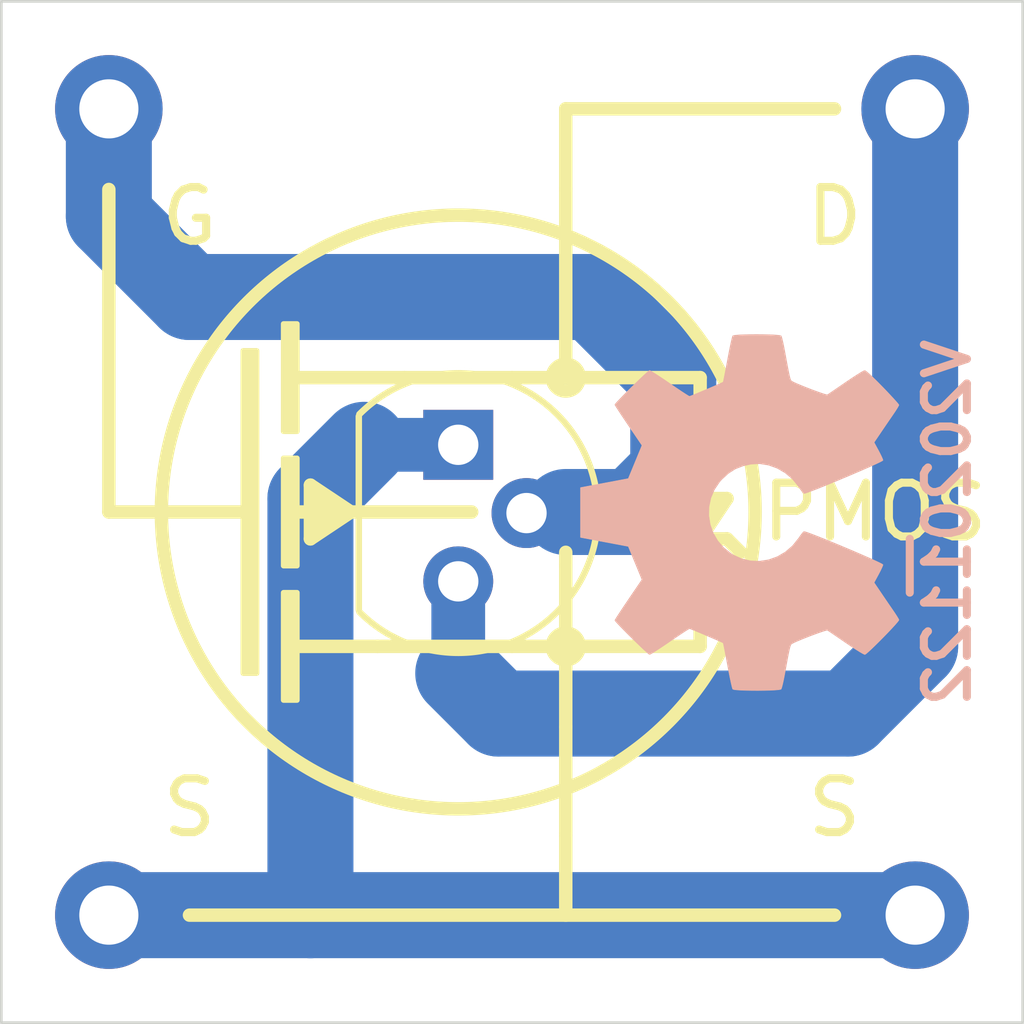
<source format=kicad_pcb>
(kicad_pcb (version 20171130) (host pcbnew 5.1.8-db9833491~87~ubuntu20.04.1)

  (general
    (thickness 1.6)
    (drawings 45)
    (tracks 19)
    (zones 0)
    (modules 7)
    (nets 4)
  )

  (page A4)
  (layers
    (0 F.Cu signal)
    (31 B.Cu signal hide)
    (32 B.Adhes user)
    (33 F.Adhes user)
    (34 B.Paste user)
    (35 F.Paste user)
    (36 B.SilkS user)
    (37 F.SilkS user)
    (38 B.Mask user)
    (39 F.Mask user)
    (40 Dwgs.User user)
    (41 Cmts.User user)
    (42 Eco1.User user)
    (43 Eco2.User user)
    (44 Edge.Cuts user)
    (45 Margin user)
    (46 B.CrtYd user)
    (47 F.CrtYd user)
    (48 B.Fab user)
    (49 F.Fab user)
  )

  (setup
    (last_trace_width 1)
    (user_trace_width 0.2)
    (user_trace_width 0.3)
    (user_trace_width 0.4)
    (user_trace_width 0.6)
    (user_trace_width 0.8)
    (user_trace_width 1)
    (user_trace_width 1.2)
    (user_trace_width 1.4)
    (user_trace_width 1.6)
    (user_trace_width 2)
    (trace_clearance 0.2)
    (zone_clearance 0.508)
    (zone_45_only no)
    (trace_min 0.1524)
    (via_size 0.8)
    (via_drill 0.4)
    (via_min_size 0.381)
    (via_min_drill 0.254)
    (user_via 0.4 0.254)
    (user_via 0.5 0.3)
    (user_via 0.6 0.4)
    (user_via 0.8 0.6)
    (user_via 1.1 0.8)
    (user_via 1.3 1)
    (user_via 1.5 1.2)
    (user_via 1.7 1.4)
    (user_via 1.9 1.6)
    (user_via 2.5 2)
    (uvia_size 0.3)
    (uvia_drill 0.1)
    (uvias_allowed no)
    (uvia_min_size 0.2)
    (uvia_min_drill 0.1)
    (edge_width 0.05)
    (segment_width 0.2)
    (pcb_text_width 0.3)
    (pcb_text_size 1.5 1.5)
    (mod_edge_width 0.25)
    (mod_text_size 0.8 0.8)
    (mod_text_width 0.12)
    (pad_size 1.524 1.524)
    (pad_drill 0.762)
    (pad_to_mask_clearance 0.0762)
    (solder_mask_min_width 0.1016)
    (pad_to_paste_clearance_ratio -0.1)
    (aux_axis_origin 0 0)
    (visible_elements FFFFFF7F)
    (pcbplotparams
      (layerselection 0x010fc_ffffffff)
      (usegerberextensions false)
      (usegerberattributes true)
      (usegerberadvancedattributes true)
      (creategerberjobfile true)
      (excludeedgelayer true)
      (linewidth 0.100000)
      (plotframeref false)
      (viasonmask false)
      (mode 1)
      (useauxorigin false)
      (hpglpennumber 1)
      (hpglpenspeed 20)
      (hpglpendiameter 15.000000)
      (psnegative false)
      (psa4output false)
      (plotreference true)
      (plotvalue true)
      (plotinvisibletext false)
      (padsonsilk false)
      (subtractmaskfromsilk false)
      (outputformat 1)
      (mirror false)
      (drillshape 1)
      (scaleselection 1)
      (outputdirectory ""))
  )

  (net 0 "")
  (net 1 "Net-(J1-Pad1)")
  (net 2 "Net-(J2-Pad1)")
  (net 3 "Net-(J3-Pad1)")

  (net_class Default "This is the default net class."
    (clearance 0.2)
    (trace_width 0.25)
    (via_dia 0.8)
    (via_drill 0.4)
    (uvia_dia 0.3)
    (uvia_drill 0.1)
    (add_net "Net-(J1-Pad1)")
    (add_net "Net-(J2-Pad1)")
    (add_net "Net-(J3-Pad1)")
  )

  (module Package_TO_SOT_THT:TO-92 (layer F.Cu) (tedit 5A279852) (tstamp 5FBA793E)
    (at 148.5 69.25 270)
    (descr "TO-92 leads molded, narrow, drill 0.75mm (see NXP sot054_po.pdf)")
    (tags "to-92 sc-43 sc-43a sot54 PA33 transistor")
    (path /5FBA7AF7)
    (fp_text reference Q1 (at 1.27 0 90) (layer F.Fab)
      (effects (font (size 1 1) (thickness 0.15)))
    )
    (fp_text value Q_PMOS_SGD (at 1.27 2.79 90) (layer F.Fab)
      (effects (font (size 1 1) (thickness 0.15)))
    )
    (fp_arc (start 1.27 0) (end 1.27 -2.6) (angle 135) (layer F.SilkS) (width 0.12))
    (fp_arc (start 1.27 0) (end 1.27 -2.48) (angle -135) (layer F.Fab) (width 0.1))
    (fp_arc (start 1.27 0) (end 1.27 -2.6) (angle -135) (layer F.SilkS) (width 0.12))
    (fp_arc (start 1.27 0) (end 1.27 -2.48) (angle 135) (layer F.Fab) (width 0.1))
    (fp_text user %R (at 1.27 0 90) (layer F.Fab)
      (effects (font (size 1 1) (thickness 0.15)))
    )
    (fp_line (start -0.53 1.85) (end 3.07 1.85) (layer F.SilkS) (width 0.12))
    (fp_line (start -0.5 1.75) (end 3 1.75) (layer F.Fab) (width 0.1))
    (fp_line (start -1.46 -2.73) (end 4 -2.73) (layer F.CrtYd) (width 0.05))
    (fp_line (start -1.46 -2.73) (end -1.46 2.01) (layer F.CrtYd) (width 0.05))
    (fp_line (start 4 2.01) (end 4 -2.73) (layer F.CrtYd) (width 0.05))
    (fp_line (start 4 2.01) (end -1.46 2.01) (layer F.CrtYd) (width 0.05))
    (pad 1 thru_hole rect (at 0 0 270) (size 1.3 1.3) (drill 0.75) (layers *.Cu *.Mask)
      (net 2 "Net-(J2-Pad1)"))
    (pad 3 thru_hole circle (at 2.54 0 270) (size 1.3 1.3) (drill 0.75) (layers *.Cu *.Mask)
      (net 3 "Net-(J3-Pad1)"))
    (pad 2 thru_hole circle (at 1.27 -1.27 270) (size 1.3 1.3) (drill 0.75) (layers *.Cu *.Mask)
      (net 1 "Net-(J1-Pad1)"))
    (model ${KISYS3DMOD}/Package_TO_SOT_THT.3dshapes/TO-92.wrl
      (at (xyz 0 0 0))
      (scale (xyz 1 1 1))
      (rotate (xyz 0 0 0))
    )
  )

  (module mill-max:PC_pin_nail_head_6092 locked (layer F.Cu) (tedit 5FB583BD) (tstamp 5FB5E4C9)
    (at 157 78)
    (path /5FB5975F)
    (fp_text reference J4 (at -3 0) (layer F.Fab)
      (effects (font (size 1 1) (thickness 0.15)))
    )
    (fp_text value S (at -1.5 -2) (layer F.SilkS)
      (effects (font (size 1 1) (thickness 0.15)))
    )
    (fp_circle (center 0 0) (end 1.3 0) (layer B.CrtYd) (width 0.025))
    (fp_circle (center 0 0) (end 1.3 0) (layer F.CrtYd) (width 0.025))
    (pad 1 thru_hole circle (at 0 0) (size 2 2) (drill 1.1) (layers *.Cu *.Mask)
      (net 2 "Net-(J2-Pad1)"))
  )

  (module mill-max:PC_pin_nail_head_6092 locked (layer F.Cu) (tedit 5FB583BD) (tstamp 5FB5E4C2)
    (at 157 63)
    (path /5FB592C5)
    (fp_text reference J3 (at -3 0) (layer F.Fab)
      (effects (font (size 1 1) (thickness 0.15)))
    )
    (fp_text value D (at -1.5 2) (layer F.SilkS)
      (effects (font (size 1 1) (thickness 0.15)))
    )
    (fp_circle (center 0 0) (end 1.3 0) (layer B.CrtYd) (width 0.025))
    (fp_circle (center 0 0) (end 1.3 0) (layer F.CrtYd) (width 0.025))
    (pad 1 thru_hole circle (at 0 0) (size 2 2) (drill 1.1) (layers *.Cu *.Mask)
      (net 3 "Net-(J3-Pad1)"))
  )

  (module mill-max:PC_pin_nail_head_6092 locked (layer F.Cu) (tedit 5FB583BD) (tstamp 5FB5E4BB)
    (at 142 78)
    (path /5FB58352)
    (fp_text reference J2 (at 3 0) (layer F.Fab)
      (effects (font (size 1 1) (thickness 0.15)))
    )
    (fp_text value S (at 1.5 -2) (layer F.SilkS)
      (effects (font (size 1 1) (thickness 0.15)))
    )
    (fp_circle (center 0 0) (end 1.3 0) (layer B.CrtYd) (width 0.025))
    (fp_circle (center 0 0) (end 1.3 0) (layer F.CrtYd) (width 0.025))
    (pad 1 thru_hole circle (at 0 0) (size 2 2) (drill 1.1) (layers *.Cu *.Mask)
      (net 2 "Net-(J2-Pad1)"))
  )

  (module mill-max:PC_pin_nail_head_6092 locked (layer F.Cu) (tedit 5FB583BD) (tstamp 5FB5E4B4)
    (at 142 63)
    (path /5FB58B49)
    (fp_text reference J1 (at 3 0) (layer F.Fab)
      (effects (font (size 1 1) (thickness 0.15)))
    )
    (fp_text value G (at 1.5 2) (layer F.SilkS)
      (effects (font (size 1 1) (thickness 0.15)))
    )
    (fp_circle (center 0 0) (end 1.3 0) (layer B.CrtYd) (width 0.025))
    (fp_circle (center 0 0) (end 1.3 0) (layer F.CrtYd) (width 0.025))
    (pad 1 thru_hole circle (at 0 0) (size 2 2) (drill 1.1) (layers *.Cu *.Mask)
      (net 1 "Net-(J1-Pad1)"))
  )

  (module Symbol:OSHW-Symbol_6.7x6mm_SilkScreen (layer B.Cu) (tedit 0) (tstamp 5EE12086)
    (at 153.75 70.5 270)
    (descr "Open Source Hardware Symbol")
    (tags "Logo Symbol OSHW")
    (path /5EE13678)
    (attr virtual)
    (fp_text reference N2 (at 0 0 90) (layer B.SilkS) hide
      (effects (font (size 1 1) (thickness 0.15)) (justify mirror))
    )
    (fp_text value OHWLOGO (at 0.75 0 90) (layer B.Fab) hide
      (effects (font (size 1 1) (thickness 0.15)) (justify mirror))
    )
    (fp_poly (pts (xy 0.555814 2.531069) (xy 0.639635 2.086445) (xy 0.94892 1.958947) (xy 1.258206 1.831449)
      (xy 1.629246 2.083754) (xy 1.733157 2.154004) (xy 1.827087 2.216728) (xy 1.906652 2.269062)
      (xy 1.96747 2.308143) (xy 2.005157 2.331107) (xy 2.015421 2.336058) (xy 2.03391 2.323324)
      (xy 2.07342 2.288118) (xy 2.129522 2.234938) (xy 2.197787 2.168282) (xy 2.273786 2.092646)
      (xy 2.353092 2.012528) (xy 2.431275 1.932426) (xy 2.503907 1.856836) (xy 2.566559 1.790255)
      (xy 2.614803 1.737182) (xy 2.64421 1.702113) (xy 2.651241 1.690377) (xy 2.641123 1.66874)
      (xy 2.612759 1.621338) (xy 2.569129 1.552807) (xy 2.513218 1.467785) (xy 2.448006 1.370907)
      (xy 2.410219 1.31565) (xy 2.341343 1.214752) (xy 2.28014 1.123701) (xy 2.229578 1.04703)
      (xy 2.192628 0.989272) (xy 2.172258 0.954957) (xy 2.169197 0.947746) (xy 2.176136 0.927252)
      (xy 2.195051 0.879487) (xy 2.223087 0.811168) (xy 2.257391 0.729011) (xy 2.295109 0.63973)
      (xy 2.333387 0.550042) (xy 2.36937 0.466662) (xy 2.400206 0.396306) (xy 2.423039 0.34569)
      (xy 2.435017 0.321529) (xy 2.435724 0.320578) (xy 2.454531 0.315964) (xy 2.504618 0.305672)
      (xy 2.580793 0.290713) (xy 2.677865 0.272099) (xy 2.790643 0.250841) (xy 2.856442 0.238582)
      (xy 2.97695 0.215638) (xy 3.085797 0.193805) (xy 3.177476 0.174278) (xy 3.246481 0.158252)
      (xy 3.287304 0.146921) (xy 3.295511 0.143326) (xy 3.303548 0.118994) (xy 3.310033 0.064041)
      (xy 3.31497 -0.015108) (xy 3.318364 -0.112026) (xy 3.320218 -0.220287) (xy 3.320538 -0.333465)
      (xy 3.319327 -0.445135) (xy 3.31659 -0.548868) (xy 3.312331 -0.638241) (xy 3.306555 -0.706826)
      (xy 3.299267 -0.748197) (xy 3.294895 -0.75681) (xy 3.268764 -0.767133) (xy 3.213393 -0.781892)
      (xy 3.136107 -0.799352) (xy 3.04423 -0.81778) (xy 3.012158 -0.823741) (xy 2.857524 -0.852066)
      (xy 2.735375 -0.874876) (xy 2.641673 -0.89308) (xy 2.572384 -0.907583) (xy 2.523471 -0.919292)
      (xy 2.490897 -0.929115) (xy 2.470628 -0.937956) (xy 2.458626 -0.946724) (xy 2.456947 -0.948457)
      (xy 2.440184 -0.976371) (xy 2.414614 -1.030695) (xy 2.382788 -1.104777) (xy 2.34726 -1.191965)
      (xy 2.310583 -1.285608) (xy 2.275311 -1.379052) (xy 2.243996 -1.465647) (xy 2.219193 -1.53874)
      (xy 2.203454 -1.591678) (xy 2.199332 -1.617811) (xy 2.199676 -1.618726) (xy 2.213641 -1.640086)
      (xy 2.245322 -1.687084) (xy 2.291391 -1.754827) (xy 2.348518 -1.838423) (xy 2.413373 -1.932982)
      (xy 2.431843 -1.959854) (xy 2.497699 -2.057275) (xy 2.55565 -2.146163) (xy 2.602538 -2.221412)
      (xy 2.635207 -2.27792) (xy 2.6505 -2.310581) (xy 2.651241 -2.314593) (xy 2.638392 -2.335684)
      (xy 2.602888 -2.377464) (xy 2.549293 -2.435445) (xy 2.482171 -2.505135) (xy 2.406087 -2.582045)
      (xy 2.325604 -2.661683) (xy 2.245287 -2.739561) (xy 2.169699 -2.811186) (xy 2.103405 -2.87207)
      (xy 2.050969 -2.917721) (xy 2.016955 -2.94365) (xy 2.007545 -2.947883) (xy 1.985643 -2.937912)
      (xy 1.9408 -2.91102) (xy 1.880321 -2.871736) (xy 1.833789 -2.840117) (xy 1.749475 -2.782098)
      (xy 1.649626 -2.713784) (xy 1.549473 -2.645579) (xy 1.495627 -2.609075) (xy 1.313371 -2.4858)
      (xy 1.160381 -2.56852) (xy 1.090682 -2.604759) (xy 1.031414 -2.632926) (xy 0.991311 -2.648991)
      (xy 0.981103 -2.651226) (xy 0.968829 -2.634722) (xy 0.944613 -2.588082) (xy 0.910263 -2.515609)
      (xy 0.867588 -2.421606) (xy 0.818394 -2.310374) (xy 0.76449 -2.186215) (xy 0.707684 -2.053432)
      (xy 0.649782 -1.916327) (xy 0.592593 -1.779202) (xy 0.537924 -1.646358) (xy 0.487584 -1.522098)
      (xy 0.44338 -1.410725) (xy 0.407119 -1.316539) (xy 0.380609 -1.243844) (xy 0.365658 -1.196941)
      (xy 0.363254 -1.180833) (xy 0.382311 -1.160286) (xy 0.424036 -1.126933) (xy 0.479706 -1.087702)
      (xy 0.484378 -1.084599) (xy 0.628264 -0.969423) (xy 0.744283 -0.835053) (xy 0.83143 -0.685784)
      (xy 0.888699 -0.525913) (xy 0.915086 -0.359737) (xy 0.909585 -0.191552) (xy 0.87119 -0.025655)
      (xy 0.798895 0.133658) (xy 0.777626 0.168513) (xy 0.666996 0.309263) (xy 0.536302 0.422286)
      (xy 0.390064 0.506997) (xy 0.232808 0.562806) (xy 0.069057 0.589126) (xy -0.096667 0.58537)
      (xy -0.259838 0.55095) (xy -0.415935 0.485277) (xy -0.560433 0.387765) (xy -0.605131 0.348187)
      (xy -0.718888 0.224297) (xy -0.801782 0.093876) (xy -0.858644 -0.052315) (xy -0.890313 -0.197088)
      (xy -0.898131 -0.35986) (xy -0.872062 -0.52344) (xy -0.814755 -0.682298) (xy -0.728856 -0.830906)
      (xy -0.617014 -0.963735) (xy -0.481877 -1.075256) (xy -0.464117 -1.087011) (xy -0.40785 -1.125508)
      (xy -0.365077 -1.158863) (xy -0.344628 -1.18016) (xy -0.344331 -1.180833) (xy -0.348721 -1.203871)
      (xy -0.366124 -1.256157) (xy -0.394732 -1.33339) (xy -0.432735 -1.431268) (xy -0.478326 -1.545491)
      (xy -0.529697 -1.671758) (xy -0.585038 -1.805767) (xy -0.642542 -1.943218) (xy -0.700399 -2.079808)
      (xy -0.756802 -2.211237) (xy -0.809942 -2.333205) (xy -0.85801 -2.441409) (xy -0.899199 -2.531549)
      (xy -0.931699 -2.599323) (xy -0.953703 -2.64043) (xy -0.962564 -2.651226) (xy -0.98964 -2.642819)
      (xy -1.040303 -2.620272) (xy -1.105817 -2.587613) (xy -1.141841 -2.56852) (xy -1.294832 -2.4858)
      (xy -1.477088 -2.609075) (xy -1.570125 -2.672228) (xy -1.671985 -2.741727) (xy -1.767438 -2.807165)
      (xy -1.81525 -2.840117) (xy -1.882495 -2.885273) (xy -1.939436 -2.921057) (xy -1.978646 -2.942938)
      (xy -1.991381 -2.947563) (xy -2.009917 -2.935085) (xy -2.050941 -2.900252) (xy -2.110475 -2.846678)
      (xy -2.184542 -2.777983) (xy -2.269165 -2.697781) (xy -2.322685 -2.646286) (xy -2.416319 -2.554286)
      (xy -2.497241 -2.471999) (xy -2.562177 -2.402945) (xy -2.607858 -2.350644) (xy -2.631011 -2.318616)
      (xy -2.633232 -2.312116) (xy -2.622924 -2.287394) (xy -2.594439 -2.237405) (xy -2.550937 -2.167212)
      (xy -2.495577 -2.081875) (xy -2.43152 -1.986456) (xy -2.413303 -1.959854) (xy -2.346927 -1.863167)
      (xy -2.287378 -1.776117) (xy -2.237984 -1.703595) (xy -2.202075 -1.650493) (xy -2.182981 -1.621703)
      (xy -2.181136 -1.618726) (xy -2.183895 -1.595782) (xy -2.198538 -1.545336) (xy -2.222513 -1.474041)
      (xy -2.253266 -1.388547) (xy -2.288244 -1.295507) (xy -2.324893 -1.201574) (xy -2.360661 -1.113399)
      (xy -2.392994 -1.037634) (xy -2.419338 -0.980931) (xy -2.437142 -0.949943) (xy -2.438407 -0.948457)
      (xy -2.449294 -0.939601) (xy -2.467682 -0.930843) (xy -2.497606 -0.921277) (xy -2.543103 -0.909996)
      (xy -2.608209 -0.896093) (xy -2.696961 -0.878663) (xy -2.813393 -0.856798) (xy -2.961542 -0.829591)
      (xy -2.993618 -0.823741) (xy -3.088686 -0.805374) (xy -3.171565 -0.787405) (xy -3.23493 -0.771569)
      (xy -3.271458 -0.7596) (xy -3.276356 -0.75681) (xy -3.284427 -0.732072) (xy -3.290987 -0.67679)
      (xy -3.296033 -0.597389) (xy -3.299559 -0.500296) (xy -3.301561 -0.391938) (xy -3.302036 -0.27874)
      (xy -3.300977 -0.167128) (xy -3.298382 -0.063529) (xy -3.294246 0.025632) (xy -3.288563 0.093928)
      (xy -3.281331 0.134934) (xy -3.276971 0.143326) (xy -3.252698 0.151792) (xy -3.197426 0.165565)
      (xy -3.116662 0.18345) (xy -3.015912 0.204252) (xy -2.900683 0.226777) (xy -2.837902 0.238582)
      (xy -2.718787 0.260849) (xy -2.612565 0.281021) (xy -2.524427 0.298085) (xy -2.459566 0.311031)
      (xy -2.423174 0.318845) (xy -2.417184 0.320578) (xy -2.407061 0.34011) (xy -2.385662 0.387157)
      (xy -2.355839 0.454997) (xy -2.320445 0.536909) (xy -2.282332 0.626172) (xy -2.244353 0.716065)
      (xy -2.20936 0.799865) (xy -2.180206 0.870853) (xy -2.159743 0.922306) (xy -2.150823 0.947503)
      (xy -2.150657 0.948604) (xy -2.160769 0.968481) (xy -2.189117 1.014223) (xy -2.232723 1.081283)
      (xy -2.288606 1.165116) (xy -2.353787 1.261174) (xy -2.391679 1.31635) (xy -2.460725 1.417519)
      (xy -2.52205 1.50937) (xy -2.572663 1.587256) (xy -2.609571 1.646531) (xy -2.629782 1.682549)
      (xy -2.632701 1.690623) (xy -2.620153 1.709416) (xy -2.585463 1.749543) (xy -2.533063 1.806507)
      (xy -2.467384 1.875815) (xy -2.392856 1.952969) (xy -2.313913 2.033475) (xy -2.234983 2.112837)
      (xy -2.1605 2.18656) (xy -2.094894 2.250148) (xy -2.042596 2.299106) (xy -2.008039 2.328939)
      (xy -1.996478 2.336058) (xy -1.977654 2.326047) (xy -1.932631 2.297922) (xy -1.865787 2.254546)
      (xy -1.781499 2.198782) (xy -1.684144 2.133494) (xy -1.610707 2.083754) (xy -1.239667 1.831449)
      (xy -0.621095 2.086445) (xy -0.537275 2.531069) (xy -0.453454 2.975693) (xy 0.471994 2.975693)
      (xy 0.555814 2.531069)) (layer B.SilkS) (width 0.01))
  )

  (module SquantorLabels:Label_Generic (layer B.Cu) (tedit 5D8A7D4C) (tstamp 5EE12051)
    (at 157.5 71.5 90)
    (descr "Label for general purpose use")
    (tags Label)
    (path /5EE12BF3)
    (attr smd)
    (fp_text reference N1 (at 0 -1.85 90) (layer B.Fab) hide
      (effects (font (size 1 1) (thickness 0.15)) (justify mirror))
    )
    (fp_text value V20201122 (at 0.8 0.1 90) (layer B.SilkS)
      (effects (font (size 0.8 0.8) (thickness 0.15)) (justify mirror))
    )
    (fp_line (start -0.5 -0.6) (end 0.5 -0.6) (layer B.SilkS) (width 0.15))
  )

  (gr_line (start 145.5 70.5) (end 148.75 70.5) (layer F.SilkS) (width 0.25))
  (gr_line (start 150.5 71.5) (end 150.5 71.25) (layer F.SilkS) (width 0.25))
  (gr_line (start 147.5 68) (end 149.5 68) (layer F.SilkS) (width 0.25) (tstamp 5FBA7AE0))
  (gr_line (start 150.5 73) (end 149.5 73) (layer F.SilkS) (width 0.25))
  (gr_line (start 147 73) (end 149.5 73) (layer F.SilkS) (width 0.25))
  (gr_line (start 153 68) (end 149.5 68) (layer F.SilkS) (width 0.25))
  (gr_poly (pts (xy 145.75 70) (xy 146.5 70.5) (xy 145.75 71)) (layer F.SilkS) (width 0.1))
  (gr_line (start 142 70.5) (end 144.5 70.5) (layer F.SilkS) (width 0.25))
  (gr_line (start 150.5 64.5) (end 150.5 68) (layer F.SilkS) (width 0.25) (tstamp 5FBA793B))
  (gr_circle (center 150.5 68) (end 150.75 68) (layer F.SilkS) (width 0.25))
  (gr_poly (pts (xy 152.5 70.25) (xy 153.5 70.25) (xy 153 71)) (layer F.SilkS) (width 0.1))
  (gr_line (start 152.5 71) (end 152.25 70.75) (layer F.SilkS) (width 0.25))
  (gr_line (start 153.5 71) (end 153.75 71.25) (layer F.SilkS) (width 0.25))
  (gr_line (start 153.5 71) (end 152.5 71) (layer F.SilkS) (width 0.25))
  (gr_line (start 153.5 70.25) (end 153 71) (layer F.SilkS) (width 0.25) (tstamp 5FBA78C7))
  (gr_line (start 152.5 70.25) (end 153.5 70.25) (layer F.SilkS) (width 0.25))
  (gr_line (start 153 71) (end 152.5 70.25) (layer F.SilkS) (width 0.25))
  (gr_circle (center 150.5 73) (end 150.75 73) (layer F.SilkS) (width 0.25))
  (gr_line (start 150.5 73.25) (end 150.5 73) (layer F.SilkS) (width 0.25) (tstamp 5FBA78C6))
  (gr_line (start 150.5 71.5) (end 150.5 73.25) (layer F.SilkS) (width 0.25))
  (gr_line (start 145.75 70) (end 146.5 70.5) (layer F.SilkS) (width 0.25) (tstamp 5FBA78C5))
  (gr_line (start 145.75 71) (end 145.75 70) (layer F.SilkS) (width 0.25))
  (gr_line (start 146.5 70.5) (end 145.75 71) (layer F.SilkS) (width 0.25))
  (gr_line (start 147.5 68) (end 145.5 68) (layer F.SilkS) (width 0.25))
  (gr_line (start 153 73) (end 153 68) (layer F.SilkS) (width 0.25))
  (gr_line (start 150.5 73) (end 153 73) (layer F.SilkS) (width 0.25))
  (gr_poly (pts (xy 145.5 74) (xy 145.25 74) (xy 145.25 72) (xy 145.5 72)) (layer F.SilkS) (width 0.1))
  (gr_poly (pts (xy 145.5 71.5) (xy 145.25 71.5) (xy 145.25 69.5) (xy 145.5 69.5)) (layer F.SilkS) (width 0.1))
  (gr_poly (pts (xy 145.5 69) (xy 145.25 69) (xy 145.25 67) (xy 145.5 67)) (layer F.SilkS) (width 0.1))
  (gr_poly (pts (xy 144.75 73.5) (xy 144.5 73.5) (xy 144.5 67.5) (xy 144.75 67.5)) (layer F.SilkS) (width 0.1))
  (gr_line (start 147 73) (end 145.5 73) (layer F.SilkS) (width 0.25))
  (gr_line (start 150.5 73.5) (end 150.5 73) (layer F.SilkS) (width 0.25))
  (gr_line (start 150.5 74.5) (end 150.5 73.5) (layer F.SilkS) (width 0.25))
  (gr_line (start 150.5 76.5) (end 150.5 74.5) (layer F.SilkS) (width 0.25))
  (gr_line (start 150.5 63) (end 155.5 63) (layer F.SilkS) (width 0.25))
  (gr_line (start 150.5 64.5) (end 150.5 63) (layer F.SilkS) (width 0.25))
  (gr_line (start 150.5 78) (end 150.5 76.5) (layer F.SilkS) (width 0.25))
  (gr_line (start 142 64.5) (end 142 70.5) (layer F.SilkS) (width 0.25))
  (gr_text PMOS (at 156.25 70.5) (layer F.SilkS)
    (effects (font (size 1 1) (thickness 0.15)))
  )
  (gr_circle (center 148.5 70.5) (end 154 71) (layer F.SilkS) (width 0.25))
  (gr_line (start 143.5 78) (end 155.5 78) (layer F.SilkS) (width 0.25))
  (gr_line (start 159 61) (end 140 61) (layer Edge.Cuts) (width 0.05) (tstamp 5FB5E506))
  (gr_line (start 159 61) (end 159 80) (layer Edge.Cuts) (width 0.05) (tstamp 5FB5E4FA))
  (gr_line (start 140 80) (end 159 80) (layer Edge.Cuts) (width 0.05) (tstamp 5FB5E4F5))
  (gr_line (start 140 80) (end 140 61) (layer Edge.Cuts) (width 0.05))

  (segment (start 142 63) (end 142 65) (width 1.6) (layer B.Cu) (net 1))
  (segment (start 142 65) (end 143.5 66.5) (width 1.6) (layer B.Cu) (net 1))
  (segment (start 143.5 66.5) (end 151 66.5) (width 1.6) (layer B.Cu) (net 1))
  (segment (start 151 66.5) (end 152.5 68) (width 1.6) (layer B.Cu) (net 1))
  (segment (start 152.5 68) (end 152.5 69.75) (width 1.6) (layer B.Cu) (net 1))
  (segment (start 152.5 69.75) (end 151.75 70.5) (width 1.6) (layer B.Cu) (net 1))
  (segment (start 151.75 70.5) (end 150.5 70.5) (width 1.6) (layer B.Cu) (net 1))
  (segment (start 150.48 70.52) (end 150.5 70.5) (width 1) (layer B.Cu) (net 1))
  (segment (start 149.77 70.52) (end 150.48 70.52) (width 1) (layer B.Cu) (net 1))
  (segment (start 145.75 78) (end 145.75 70.25) (width 1.6) (layer B.Cu) (net 2))
  (segment (start 142 78) (end 145.75 78) (width 1.6) (layer B.Cu) (net 2))
  (segment (start 145.75 78) (end 157 78) (width 1.6) (layer B.Cu) (net 2))
  (segment (start 145.75 70.25) (end 146.75 69.25) (width 1.6) (layer B.Cu) (net 2))
  (segment (start 148.5 69.25) (end 146.75 69.25) (width 1) (layer B.Cu) (net 2))
  (segment (start 157 63) (end 157 73) (width 1.6) (layer B.Cu) (net 3))
  (segment (start 157 73) (end 155.75 74.25) (width 1.6) (layer B.Cu) (net 3))
  (segment (start 155.75 74.25) (end 149.25 74.25) (width 1.6) (layer B.Cu) (net 3))
  (segment (start 149.25 74.25) (end 148.5 73.5) (width 1.6) (layer B.Cu) (net 3))
  (segment (start 148.5 73.5) (end 148.5 71.79) (width 1) (layer B.Cu) (net 3))

)

</source>
